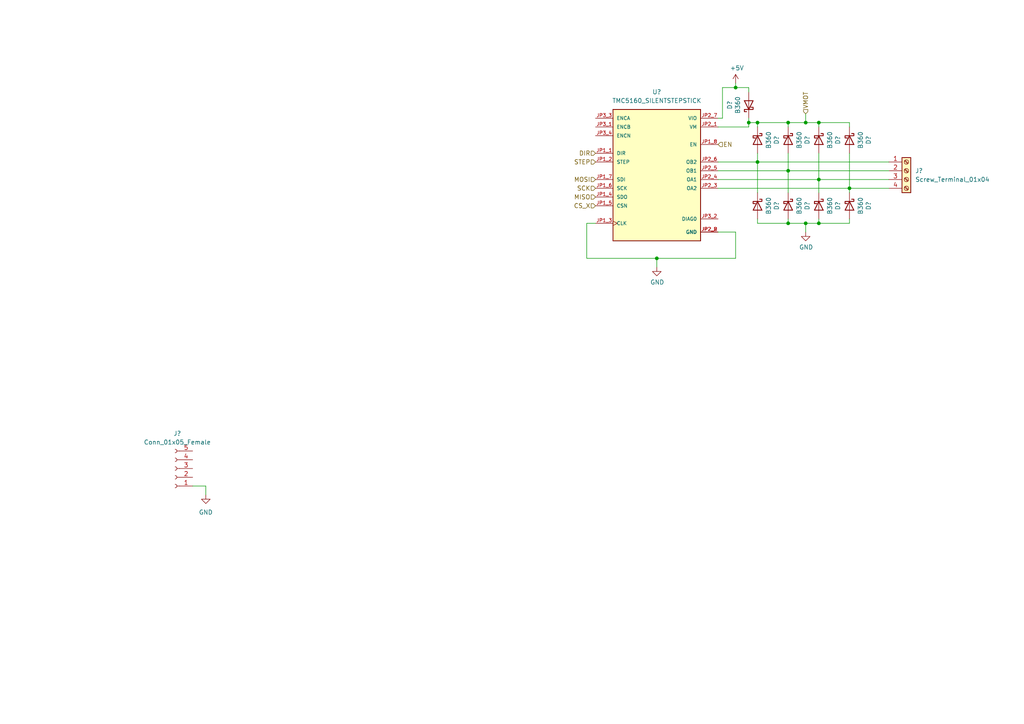
<source format=kicad_sch>
(kicad_sch (version 20211123) (generator eeschema)
  (paper "A4")
  (lib_symbols
    (symbol "Connector:Conn_01x05_Female" (pin_names (offset 1.016) hide)
      (property "Reference" "J" (at 0 7.62 0))
      (property "Value" "Conn_01x05_Female" (at 0 -7.62 0))
      (symbol "Conn_01x05_Female_1_1"
        (arc (start 0 -4.572) (mid -0.508 -5.08) (end 0 -5.588) (stroke (width 0.1524)))
        (arc (start 0 -2.032) (mid -0.508 -2.54) (end 0 -3.048) (stroke (width 0.1524)))
        (polyline (pts (xy -1.27 -5.08) (xy -0.508 -5.08)) (stroke (width 0.1524)))
        (polyline (pts (xy -1.27 -2.54) (xy -0.508 -2.54)) (stroke (width 0.1524)))
        (polyline (pts (xy -1.27 0) (xy -0.508 0)) (stroke (width 0.1524)))
        (polyline (pts (xy -1.27 2.54) (xy -0.508 2.54)) (stroke (width 0.1524)))
        (polyline (pts (xy -1.27 5.08) (xy -0.508 5.08)) (stroke (width 0.1524)))
        (arc (start 0 0.508) (mid -0.508 0) (end 0 -0.508) (stroke (width 0.1524)))
        (arc (start 0 3.048) (mid -0.508 2.54) (end 0 2.032) (stroke (width 0.1524)))
        (arc (start 0 5.588) (mid -0.508 5.08) (end 0 4.572) (stroke (width 0.1524)))
        (pin passive line (at -5.08 5.08 0) (length 3.81) (name "Pin_1") (number "1"))
        (pin passive line (at -5.08 2.54 0) (length 3.81) (name "Pin_2") (number "2"))
        (pin passive line (at -5.08 0 0) (length 3.81) (name "Pin_3") (number "3"))
        (pin passive line (at -5.08 -2.54 0) (length 3.81) (name "Pin_4") (number "4"))
        (pin passive line (at -5.08 -5.08 0) (length 3.81) (name "Pin_5") (number "5"))
      )
    )
    (symbol "Connector:Screw_Terminal_01x04" (pin_names (offset 1.016) hide)
      (property "Reference" "J" (at 0 5.08 0))
      (property "Value" "Screw_Terminal_01x04" (at 0 -7.62 0))
      (symbol "Screw_Terminal_01x04_1_1"
        (rectangle (start -1.27 3.81) (end 1.27 -6.35) (stroke (width 0.254)) (fill (type background)))
        (circle (center 0 -5.08) (radius 0.635) (stroke (width 0.1524)))
        (circle (center 0 -2.54) (radius 0.635) (stroke (width 0.1524)))
        (polyline (pts (xy -0.5334 -4.7498) (xy 0.3302 -5.588)) (stroke (width 0.1524)))
        (polyline (pts (xy -0.5334 -2.2098) (xy 0.3302 -3.048)) (stroke (width 0.1524)))
        (polyline (pts (xy -0.5334 0.3302) (xy 0.3302 -0.508)) (stroke (width 0.1524)))
        (polyline (pts (xy -0.5334 2.8702) (xy 0.3302 2.032)) (stroke (width 0.1524)))
        (polyline (pts (xy -0.3556 -4.572) (xy 0.508 -5.4102)) (stroke (width 0.1524)))
        (polyline (pts (xy -0.3556 -2.032) (xy 0.508 -2.8702)) (stroke (width 0.1524)))
        (polyline (pts (xy -0.3556 0.508) (xy 0.508 -0.3302)) (stroke (width 0.1524)))
        (polyline (pts (xy -0.3556 3.048) (xy 0.508 2.2098)) (stroke (width 0.1524)))
        (circle (center 0 0) (radius 0.635) (stroke (width 0.1524)))
        (circle (center 0 2.54) (radius 0.635) (stroke (width 0.1524)))
        (pin passive line (at -5.08 2.54 0) (length 3.81) (name "Pin_1") (number "1"))
        (pin passive line (at -5.08 0 0) (length 3.81) (name "Pin_2") (number "2"))
        (pin passive line (at -5.08 -2.54 0) (length 3.81) (name "Pin_3") (number "3"))
        (pin passive line (at -5.08 -5.08 0) (length 3.81) (name "Pin_4") (number "4"))
      )
    )
    (symbol "Diode:B360" (pin_numbers hide) (pin_names (offset 1.016) hide)
      (property "Reference" "D" (at 0 2.54 0))
      (property "Value" "B360" (at 0 -2.54 0))
      (symbol "B360_0_1"
        (polyline (pts (xy 1.27 0) (xy -1.27 0)))
        (polyline (pts (xy 1.27 1.27) (xy 1.27 -1.27) (xy -1.27 0) (xy 1.27 1.27)) (stroke (width 0.254)))
        (polyline (pts (xy -1.905 0.635) (xy -1.905 1.27) (xy -1.27 1.27) (xy -1.27 -1.27) (xy -0.635 -1.27) (xy -0.635 -0.635)) (stroke (width 0.254)))
      )
      (symbol "B360_1_1"
        (pin passive line (at -3.81 0 0) (length 2.54) (name "K") (number "1"))
        (pin passive line (at 3.81 0 180) (length 2.54) (name "A") (number "2"))
      )
    )
    (symbol "fluidnc_board:TMC5160_SILENTSTEPSTICK" (pin_names (offset 1.016))
      (property "Reference" "U" (at -12.7 19.05 0))
      (property "Value" "TMC5160_SILENTSTEPSTICK" (at -12.7 -22.86 0))
      (symbol "TMC5160_SILENTSTEPSTICK_0_0"
        (rectangle (start -12.7 17.78) (end 12.7 -20.32) (stroke (width 0.254)) (fill (type background)))
        (pin input line (at -17.78 5.08 0) (length 5.08) (name "DIR") (number "JP1_1"))
        (pin input line (at -17.78 2.54 0) (length 5.08) (name "STEP") (number "JP1_2"))
        (pin input clock (at -17.78 -15.24 0) (length 5.08) (name "CLK") (number "JP1_3"))
        (pin bidirectional line (at -17.78 -7.62 0) (length 5.08) (name "SDO") (number "JP1_4"))
        (pin bidirectional line (at -17.78 -10.16 0) (length 5.08) (name "CSN") (number "JP1_5"))
        (pin input line (at -17.78 -5.08 0) (length 5.08) (name "SCK") (number "JP1_6"))
        (pin input line (at -17.78 -2.54 0) (length 5.08) (name "SDI") (number "JP1_7"))
        (pin input line (at 17.78 7.62 180) (length 5.08) (name "EN") (number "JP1_8"))
        (pin power_in line (at 17.78 12.7 180) (length 5.08) (name "VM") (number "JP2_1"))
        (pin power_in line (at 17.78 -17.78 180) (length 5.08) (name "GND") (number "JP2_2"))
        (pin passive line (at 17.78 -5.08 180) (length 5.08) (name "OA2") (number "JP2_3"))
        (pin passive line (at 17.78 -2.54 180) (length 5.08) (name "OA1") (number "JP2_4"))
        (pin passive line (at 17.78 0 180) (length 5.08) (name "OB1") (number "JP2_5"))
        (pin passive line (at 17.78 2.54 180) (length 5.08) (name "OB2") (number "JP2_6"))
        (pin power_in line (at 17.78 15.24 180) (length 5.08) (name "VIO") (number "JP2_7"))
        (pin power_in line (at 17.78 -17.78 180) (length 5.08) (name "GND") (number "JP2_8"))
        (pin input line (at -17.78 12.7 0) (length 5.08) (name "ENCB") (number "JP3_1"))
        (pin output line (at 17.78 -13.97 180) (length 5.08) (name "DIAG0") (number "JP3_2"))
        (pin input line (at -17.78 15.24 0) (length 5.08) (name "ENCA") (number "JP3_3"))
        (pin input line (at -17.78 10.16 0) (length 5.08) (name "ENCN") (number "JP3_4"))
      )
    )
    (symbol "power:+5V" (power) (pin_names (offset 0))
      (property "Value" "+5V" (at 0 3.556 0))
      (symbol "+5V_0_1"
        (polyline (pts (xy -0.762 1.27) (xy 0 2.54)))
        (polyline (pts (xy 0 0) (xy 0 2.54)))
        (polyline (pts (xy 0 2.54) (xy 0.762 1.27)))
      )
      (symbol "+5V_1_1"
        (pin power_in line (at 0 0 90) (length 0) hide (name "+5V") (number "1"))
      )
    )
    (symbol "power:GND" (power) (pin_names (offset 0))
      (property "Value" "GND" (at 0 -3.81 0))
      (symbol "GND_0_1"
        (polyline (pts (xy 0 0) (xy 0 -1.27) (xy 1.27 -1.27) (xy 0 -2.54) (xy -1.27 -1.27) (xy 0 -1.27)))
      )
      (symbol "GND_1_1"
        (pin power_in line (at 0 0 270) (length 0) hide (name "GND") (number "1"))
      )
    )
  )
  (junction (at 190.5 74.93))
  (junction (at 219.71 35.56))
  (junction (at 228.6 64.77))
  (junction (at 228.6 49.53))
  (junction (at 233.68 35.56))
  (junction (at 237.49 52.07))
  (junction (at 228.6 35.56))
  (junction (at 246.38 54.61))
  (junction (at 237.49 64.77))
  (junction (at 213.36 25.4))
  (junction (at 237.49 35.56))
  (junction (at 219.71 46.99))
  (junction (at 233.68 64.77))
  (junction (at 217.17 35.56))
  (wire (pts (xy 217.17 35.56) (xy 217.17 36.83)))
  (wire (pts (xy 217.17 25.4) (xy 217.17 26.67)))
  (wire (pts (xy 233.68 64.77) (xy 237.49 64.77)))
  (wire (pts (xy 219.71 35.56) (xy 219.71 36.83)))
  (wire (pts (xy 213.36 24.13) (xy 213.36 25.4)))
  (wire (pts (xy 55.88 140.97) (xy 59.69 140.97)))
  (wire (pts (xy 246.38 54.61) (xy 246.38 44.45)))
  (wire (pts (xy 208.28 36.83) (xy 217.17 36.83)))
  (wire (pts (xy 246.38 55.88) (xy 246.38 54.61)))
  (wire (pts (xy 246.38 36.83) (xy 246.38 35.56)))
  (wire (pts (xy 219.71 64.77) (xy 219.71 63.5)))
  (wire (pts (xy 237.49 55.88) (xy 237.49 52.07)))
  (wire (pts (xy 219.71 46.99) (xy 257.81 46.99)))
  (wire (pts (xy 219.71 46.99) (xy 219.71 55.88)))
  (wire (pts (xy 228.6 49.53) (xy 228.6 44.45)))
  (wire (pts (xy 246.38 63.5) (xy 246.38 64.77)))
  (wire (pts (xy 237.49 52.07) (xy 237.49 44.45)))
  (wire (pts (xy 170.18 64.77) (xy 172.72 64.77)))
  (wire (pts (xy 209.55 34.29) (xy 209.55 25.4)))
  (wire (pts (xy 213.36 67.31) (xy 208.28 67.31)))
  (wire (pts (xy 228.6 36.83) (xy 228.6 35.56)))
  (wire (pts (xy 219.71 44.45) (xy 219.71 46.99)))
  (wire (pts (xy 213.36 25.4) (xy 217.17 25.4)))
  (wire (pts (xy 246.38 54.61) (xy 257.81 54.61)))
  (wire (pts (xy 170.18 74.93) (xy 170.18 64.77)))
  (wire (pts (xy 228.6 55.88) (xy 228.6 49.53)))
  (wire (pts (xy 237.49 64.77) (xy 237.49 63.5)))
  (wire (pts (xy 209.55 25.4) (xy 213.36 25.4)))
  (wire (pts (xy 208.28 49.53) (xy 228.6 49.53)))
  (wire (pts (xy 190.5 74.93) (xy 170.18 74.93)))
  (wire (pts (xy 237.49 35.56) (xy 246.38 35.56)))
  (wire (pts (xy 228.6 49.53) (xy 257.81 49.53)))
  (wire (pts (xy 219.71 35.56) (xy 217.17 35.56)))
  (wire (pts (xy 257.81 52.07) (xy 237.49 52.07)))
  (wire (pts (xy 190.5 77.47) (xy 190.5 74.93)))
  (wire (pts (xy 228.6 35.56) (xy 219.71 35.56)))
  (wire (pts (xy 228.6 35.56) (xy 233.68 35.56)))
  (wire (pts (xy 208.28 52.07) (xy 237.49 52.07)))
  (wire (pts (xy 246.38 54.61) (xy 208.28 54.61)))
  (wire (pts (xy 59.69 140.97) (xy 59.69 143.51)))
  (wire (pts (xy 228.6 64.77) (xy 219.71 64.77)))
  (wire (pts (xy 237.49 35.56) (xy 237.49 36.83)))
  (wire (pts (xy 208.28 46.99) (xy 219.71 46.99)))
  (wire (pts (xy 190.5 74.93) (xy 213.36 74.93)))
  (wire (pts (xy 237.49 64.77) (xy 246.38 64.77)))
  (wire (pts (xy 233.68 67.31) (xy 233.68 64.77)))
  (wire (pts (xy 228.6 64.77) (xy 233.68 64.77)))
  (wire (pts (xy 233.68 35.56) (xy 237.49 35.56)))
  (wire (pts (xy 228.6 63.5) (xy 228.6 64.77)))
  (wire (pts (xy 213.36 74.93) (xy 213.36 67.31)))
  (wire (pts (xy 217.17 34.29) (xy 217.17 35.56)))
  (wire (pts (xy 208.28 34.29) (xy 209.55 34.29)))
  (wire (pts (xy 233.68 33.02) (xy 233.68 35.56)))
  (hierarchical_label "DIR" (shape input) (at 172.72 44.45 180))
  (hierarchical_label "MOSI" (shape input) (at 172.72 52.07 180))
  (hierarchical_label "STEP" (shape input) (at 172.72 46.99 180))
  (hierarchical_label "SCK" (shape input) (at 172.72 54.61 180))
  (hierarchical_label "EN" (shape input) (at 208.28 41.91 0))
  (hierarchical_label "VMOT" (shape input) (at 233.68 33.02 90))
  (hierarchical_label "CS_X" (shape input) (at 172.72 59.69 180))
  (hierarchical_label "MISO" (shape input) (at 172.72 57.15 180))
  (symbol (lib_id "power:+5V") (at 213.36 24.13 0) (unit 1)
    (property "Reference" "#PWR?" (effects hide))
    (property "Value" "+5V" (at 213.741 19.7358 0))
  )
  (symbol (lib_id "Diode:B360") (at 217.17 30.48 90) (unit 1)
    (property "Reference" "D?" (at 211.6582 30.48 0))
    (property "Value" "B360" (at 213.9696 30.48 0))
    (property "Footprint" "Diode_SMD:D_SMA_Handsoldering" (effects hide))
    (property "Datasheet" "http://www.jameco.com/Jameco/Products/ProdDS/1538777.pdf" (effects hide))
    (property "Digikey Part No." "CD214A-B360RCT-ND" (effects hide))
  )
  (symbol (lib_id "Connector:Conn_01x05_Female") (at 50.8 135.89 180) (unit 1)
    (property "Reference" "J?" (at 51.435 125.73 0))
    (property "Value" "Conn_01x05_Female" (at 51.435 128.27 0))
  )
  (symbol (lib_id "Diode:B360") (at 219.71 40.64 270) (unit 1)
    (property "Reference" "D?" (at 225.2218 40.64 0))
    (property "Value" "B360" (at 222.9104 40.64 0))
    (property "Footprint" "Diode_SMD:D_SMA_Handsoldering" (effects hide))
    (property "Datasheet" "http://www.jameco.com/Jameco/Products/ProdDS/1538777.pdf" (effects hide))
    (property "Digikey Part No." "CD214A-B360RCT-ND" (effects hide))
  )
  (symbol (lib_id "power:GND") (at 233.68 67.31 0) (unit 1)
    (property "Reference" "#PWR?" (effects hide))
    (property "Value" "GND" (at 233.807 71.7042 0))
  )
  (symbol (lib_id "power:GND") (at 59.69 143.51 0) (unit 1)
    (property "Reference" "#PWR?" (effects hide))
    (property "Value" "GND" (at 59.69 148.59 0))
  )
  (symbol (lib_id "Connector:Screw_Terminal_01x04") (at 262.89 49.53 0) (unit 1)
    (property "Reference" "J?" (at 265.43 49.5299 0) (effects (justify left)))
    (property "Value" "Screw_Terminal_01x04" (at 265.43 52.0699 0) (effects (justify left)))
  )
  (symbol (lib_id "power:GND") (at 190.5 77.47 0) (unit 1)
    (property "Reference" "#PWR?" (effects hide))
    (property "Value" "GND" (at 190.627 81.8642 0))
  )
  (symbol (lib_id "Diode:B360") (at 219.71 59.69 270) (unit 1)
    (property "Reference" "D?" (at 225.2218 59.69 0))
    (property "Value" "B360" (at 222.9104 59.69 0))
    (property "Footprint" "Diode_SMD:D_SMA_Handsoldering" (effects hide))
    (property "Datasheet" "http://www.jameco.com/Jameco/Products/ProdDS/1538777.pdf" (effects hide))
    (property "Digikey Part No." "CD214A-B360RCT-ND" (effects hide))
  )
  (symbol (lib_id "Diode:B360") (at 237.49 40.64 270) (unit 1)
    (property "Reference" "D?" (at 243.0018 40.64 0))
    (property "Value" "B360" (at 240.6904 40.64 0))
    (property "Footprint" "Diode_SMD:D_SMA_Handsoldering" (effects hide))
    (property "Datasheet" "http://www.jameco.com/Jameco/Products/ProdDS/1538777.pdf" (effects hide))
    (property "Digikey Part No." "CD214A-B360RCT-ND" (effects hide))
  )
  (symbol (lib_id "Diode:B360") (at 228.6 40.64 270) (unit 1)
    (property "Reference" "D?" (at 234.1118 40.64 0))
    (property "Value" "B360" (at 231.8004 40.64 0))
    (property "Footprint" "Diode_SMD:D_SMA_Handsoldering" (effects hide))
    (property "Datasheet" "http://www.jameco.com/Jameco/Products/ProdDS/1538777.pdf" (effects hide))
    (property "Digikey Part No." "CD214A-B360RCT-ND" (effects hide))
  )
  (symbol (lib_id "Diode:B360") (at 246.38 59.69 270) (unit 1)
    (property "Reference" "D?" (at 251.8918 59.69 0))
    (property "Value" "B360" (at 249.5804 59.69 0))
    (property "Footprint" "Diode_SMD:D_SMA_Handsoldering" (effects hide))
    (property "Datasheet" "http://www.jameco.com/Jameco/Products/ProdDS/1538777.pdf" (effects hide))
    (property "Digikey Part No." "CD214A-B360RCT-ND" (effects hide))
  )
  (symbol (lib_id "Diode:B360") (at 228.6 59.69 270) (unit 1)
    (property "Reference" "D?" (at 234.1118 59.69 0))
    (property "Value" "B360" (at 231.8004 59.69 0))
    (property "Footprint" "Diode_SMD:D_SMA_Handsoldering" (effects hide))
    (property "Datasheet" "http://www.jameco.com/Jameco/Products/ProdDS/1538777.pdf" (effects hide))
    (property "Digikey Part No." "CD214A-B360RCT-ND" (effects hide))
  )
  (symbol (lib_id "Diode:B360") (at 237.49 59.69 270) (unit 1)
    (property "Reference" "D?" (at 243.0018 59.69 0))
    (property "Value" "B360" (at 240.6904 59.69 0))
    (property "Footprint" "Diode_SMD:D_SMA_Handsoldering" (effects hide))
    (property "Datasheet" "http://www.jameco.com/Jameco/Products/ProdDS/1538777.pdf" (effects hide))
    (property "Digikey Part No." "CD214A-B360RCT-ND" (effects hide))
  )
  (symbol (lib_id "fluidnc_board:TMC5160_SILENTSTEPSTICK") (at 190.5 49.53 0) (unit 1)
    (property "Reference" "U?" (at 190.5 26.67 0))
    (property "Value" "TMC5160_SILENTSTEPSTICK" (at 190.5 29.21 0))
    (property "Footprint" "grbl_board:TMC5160_SILENTSTEPSTICK" (effects hide))
    (property "STANDARD" "Manufacturer Recommendations" (effects hide))
    (property "MAXIMUM_PACKAGE_HEIGHT" "N/A" (effects hide))
    (property "PARTREV" "v11" (effects hide))
    (property "MANUFACTURER" "Trinamic" (effects hide))
  )
  (symbol (lib_id "Diode:B360") (at 246.38 40.64 270) (unit 1)
    (property "Reference" "D?" (at 251.8918 40.64 0))
    (property "Value" "B360" (at 249.5804 40.64 0))
    (property "Footprint" "Diode_SMD:D_SMA_Handsoldering" (effects hide))
    (property "Datasheet" "http://www.jameco.com/Jameco/Products/ProdDS/1538777.pdf" (effects hide))
    (property "Digikey Part No." "CD214A-B360RCT-ND" (effects hide))
  )
)
</source>
